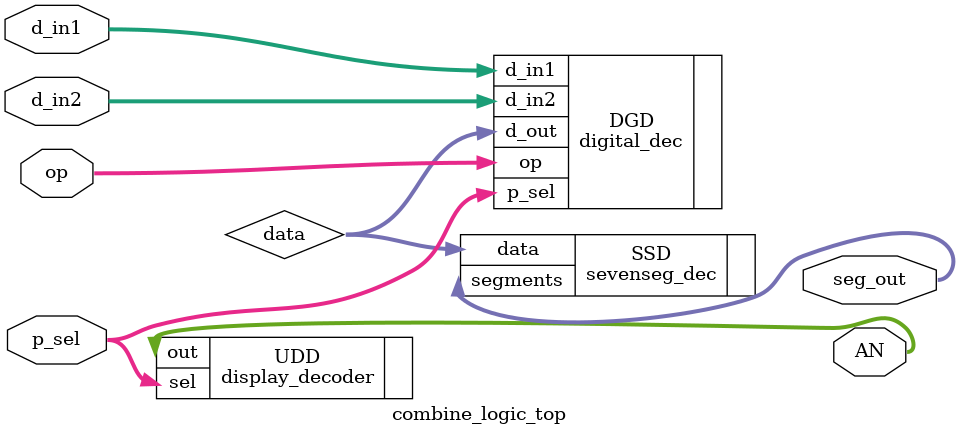
<source format=v>
`timescale 1ns / 1ps


module combine_logic_top(
    input [2:0]     p_sel,
    input [3:0]     d_in1,
    input [3:0]     d_in2,
    input [3:0]     op,
    output [6:0]    seg_out,
    output [7:0]    AN
);
    wire [3:0]  data;

    display_decoder UDD (.sel(p_sel), .out(AN));
    
    sevenseg_dec SSD (.data(data), .segments(seg_out));
    
    digital_dec DGD (.p_sel(p_sel), .d_in1(d_in1), .d_in2(d_in2), .op(op), .d_out(data));
    
endmodule

</source>
